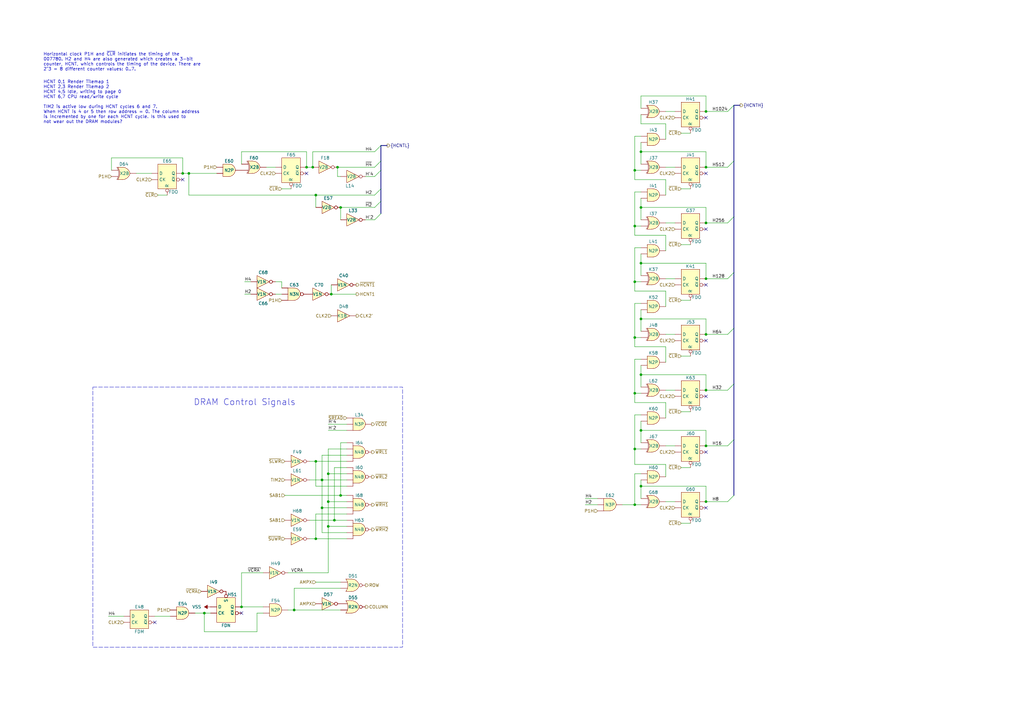
<source format=kicad_sch>
(kicad_sch (version 20231120) (generator "eeschema") (generator_version "8.0")
  (paper "A3")
  (title_block (title "Konami 007780") (date "2024-07-28"))
  (lib_symbols
    (symbol "ga_fujitsu_av:FDM"
      (property "Reference" "U" (at 0 5.08 0))
      (property "Value" "FDM" (at 0 -5.08 0))
      (symbol "FDM_1_1"
        (rectangle (start -3.81 3.81) (end 3.81 -3.81) (fill (type background)))
        (pin input line (at -6.35 1.27 0) (length 2.54) (name "D") (number "1"))
        (pin input line (at -6.35 -1.27 0) (length 2.54) (name "CK") (number "2"))
        (pin output line (at 6.35 1.27 180) (length 2.54) (name "Q") (number "3"))
        (pin output inverted (at 6.35 -1.27 180) (length 2.54) (name "~{Q}") (number "4"))
      )
    )
    (symbol "ga_fujitsu_av:FDN"
      (property "Reference" "U" (at 2.54 6.35 0))
      (property "Value" "FDN" (at 0 -6.35 0))
      (symbol "FDN_1_1"
        (rectangle (start -3.81 5.08) (end 3.81 -5.08) (fill (type background)))
        (pin input line (at -6.35 1.27 0) (length 2.54) (name "D") (number "1"))
        (pin input line (at -6.35 -1.27 0) (length 2.54) (name "CK") (number "2"))
        (pin input inverted (at 0 7.62 270) (length 2.54) (name "S") (number "3"))
        (pin output line (at 6.35 1.27 180) (length 2.54) (name "Q") (number "4"))
        (pin output inverted (at 6.35 -1.27 180) (length 2.54) (name "~{Q}") (number "5"))
      )
    )
    (symbol "ga_fujitsu_av:FDO"
      (property "Reference" "U" (at 2.54 6.35 0))
      (property "Value" "FDO" (at 2.54 -6.35 0))
      (symbol "FDO_1_1"
        (rectangle (start -3.81 5.08) (end 3.81 -5.08) (fill (type background)))
        (pin input line (at -6.35 1.27 0) (length 2.54) (name "D") (number "1"))
        (pin input line (at -6.35 -1.27 0) (length 2.54) (name "CK") (number "2"))
        (pin input inverted (at 0 -7.62 90) (length 2.54) (name "R") (number "3"))
        (pin output line (at 6.35 1.27 180) (length 2.54) (name "Q") (number "4"))
        (pin output inverted (at 6.35 -1.27 180) (length 2.54) (name "~{Q}") (number "5"))
      )
    )
    (symbol "ga_fujitsu_av:K1B"
      (property "Reference" "U" (at -1.27 3.81 0))
      (property "Value" "K1B" (at -0.6412 -0.0298 0))
      (symbol "K1B_1_1"
        (polyline (pts (xy -2.54 2.54) (xy -2.54 -2.54) (xy 2.54 0) (xy -2.54 2.54)) (fill (type background)))
        (pin input line (at -5.08 0 0) (length 2.54) (name "") (number "1"))
        (pin output line (at 5.08 0 180) (length 2.54) (name "") (number "2"))
      )
    )
    (symbol "ga_fujitsu_av:N2P"
      (property "Reference" "U" (at 0 3.81 0))
      (property "Value" "N2P" (at 0 0 0))
      (symbol "N2P_1_1"
        (arc (start 0 -2.54) (mid 1.7263 -1.7263) (end 2.54 0) (fill (type background)))
        (polyline (pts (xy 0 2.54) (xy -2.54 2.54) (xy -2.54 -2.54) (xy 0 -2.54)) (fill (type background)))
        (arc (start 2.54 0) (mid 1.7961 1.7961) (end 0 2.54) (fill (type background)))
        (pin input line (at -5.08 1.27 0) (length 2.54) (name "") (number "1"))
        (pin input line (at -5.08 -1.27 0) (length 2.54) (name "") (number "2"))
        (pin output line (at 5.08 0 180) (length 2.54) (name "") (number "3"))
      )
    )
    (symbol "ga_fujitsu_av:N3N"
      (property "Reference" "U" (at -1.27 3.81 0))
      (property "Value" "N3N" (at 2.54 3.81 0))
      (symbol "N3N_1_1"
        (arc (start 0 -2.54) (mid 1.7263 -1.7263) (end 2.54 0) (fill (type background)))
        (polyline (pts (xy 0 2.54) (xy -2.54 2.54) (xy -2.54 -2.54) (xy 0 -2.54)) (fill (type background)))
        (arc (start 2.54 0) (mid 1.7961 1.7961) (end 0 2.54) (fill (type background)))
        (pin input line (at -5.08 2.54 0) (length 2.54) (name "") (number "1"))
        (pin input line (at -5.08 0 0) (length 2.54) (name "") (number "2"))
        (pin input line (at -5.08 -2.54 0) (length 2.54) (name "") (number "3"))
        (pin output inverted (at 5.08 0 180) (length 2.54) (name "") (number "4"))
      )
    )
    (symbol "ga_fujitsu_av:N3P"
      (property "Reference" "U" (at 0 3.81 0))
      (property "Value" "N3P" (at 0 0 0))
      (symbol "N3P_1_1"
        (arc (start 0 -2.54) (mid 1.7263 -1.7263) (end 2.54 0) (fill (type background)))
        (polyline (pts (xy 0 2.54) (xy -2.54 2.54) (xy -2.54 -2.54) (xy 0 -2.54)) (fill (type background)))
        (arc (start 2.54 0) (mid 1.7961 1.7961) (end 0 2.54) (fill (type background)))
        (pin input line (at -5.08 2.54 0) (length 2.54) (name "") (number "1"))
        (pin input line (at -5.08 0 0) (length 2.54) (name "") (number "2"))
        (pin input line (at -5.08 -2.54 0) (length 2.54) (name "") (number "3"))
        (pin output line (at 5.08 0 180) (length 2.54) (name "") (number "4"))
      )
    )
    (symbol "ga_fujitsu_av:N4B"
      (property "Reference" "U" (at 0 3.81 0))
      (property "Value" "N4B" (at 0 -3.81 0))
      (symbol "N4B_0_1"
        (polyline (pts (xy -2.54 -2.54) (xy -2.54 -3.81)))
        (polyline (pts (xy -2.54 2.54) (xy -2.54 3.81)))
      )
      (symbol "N4B_1_1"
        (arc (start 0 -2.54) (mid 1.7263 -1.7263) (end 2.54 0) (fill (type background)))
        (polyline (pts (xy 0 2.54) (xy -2.54 2.54) (xy -2.54 -2.54) (xy 0 -2.54)) (fill (type background)))
        (arc (start 2.54 0) (mid 1.7961 1.7961) (end 0 2.54) (fill (type background)))
        (pin input line (at -5.08 3.81 0) (length 2.54) (name "") (number "1"))
        (pin input line (at -5.08 1.27 0) (length 2.54) (name "") (number "2"))
        (pin input line (at -5.08 -1.27 0) (length 2.54) (name "") (number "3"))
        (pin input line (at -5.08 -3.81 0) (length 2.54) (name "") (number "4"))
        (pin output inverted (at 5.08 0 180) (length 2.54) (name "") (number "5"))
      )
    )
    (symbol "ga_fujitsu_av:R2N"
      (property "Reference" "U" (at 0 3.81 0))
      (property "Value" "R2N" (at 0 0 0))
      (symbol "R2N_1_1"
        (arc (start -2.9127 -2.5398) (mid -2.0762 0.0001) (end -2.9129 2.54))
        (arc (start -0.635 -2.54) (mid 1.3992 -1.8283) (end 2.54 0) (fill (type background)))
        (polyline (pts (xy -0.635 -2.54) (xy -2.921 -2.54)) (fill (type outline)))
        (polyline (pts (xy -0.635 2.54) (xy -2.921 2.54)) (fill (type background)))
        (polyline (pts (xy -0.635 2.54) (xy -2.921 2.54) (xy -2.54 1.905) (xy -2.286 1.27) (xy -2.159 0.762) (xy -2.1082 0.4572) (xy -2.0828 0.1778) (xy -2.0828 -0.127) (xy -2.1336 -0.6604) (xy -2.2098 -1.016) (xy -2.3114 -1.3716) (xy -2.4384 -1.6764) (xy -2.6162 -2.0574) (xy -2.794 -2.3368) (xy -2.921 -2.54) (xy -0.635 -2.54)) (stroke (width -0.0001)) (fill (type background)))
        (arc (start 2.54 0) (mid 1.3994 1.8287) (end -0.635 2.54) (fill (type background)))
        (pin input line (at -5.08 1.27 0) (length 2.794) (name "") (number "1"))
        (pin input line (at -5.08 -1.27 0) (length 2.794) (name "") (number "2"))
        (pin output inverted (at 5.08 0 180) (length 2.54) (name "") (number "3"))
      )
    )
    (symbol "ga_fujitsu_av:V1N"
      (property "Reference" "U" (at 0 2.54 0))
      (property "Value" "V1N" (at 0 -3.81 0))
      (symbol "V1N_1_1"
        (polyline (pts (xy -2.54 2.54) (xy -2.54 -2.54) (xy 2.54 0) (xy -2.54 2.54)) (fill (type background)))
        (pin input line (at -5.08 0 0) (length 2.54) (name "") (number "1"))
        (pin output inverted (at 5.08 0 180) (length 2.54) (name "") (number "2"))
      )
    )
    (symbol "ga_fujitsu_av:V2B"
      (property "Reference" "U" (at 0 3.81 0))
      (property "Value" "V2B" (at 1.27 6.35 0))
      (symbol "V2B_1_1"
        (polyline (pts (xy -2.54 2.54) (xy -2.54 -2.54) (xy 2.54 0) (xy -2.54 2.54)) (fill (type background)))
        (pin input line (at -5.08 0 0) (length 2.54) (name "") (number "1"))
        (pin output inverted (at 5.08 0 180) (length 2.54) (name "") (number "2"))
      )
    )
    (symbol "ga_fujitsu_av:X2B"
      (property "Reference" "U" (at 0 3.81 0))
      (property "Value" "X2B" (at 0.254 0 0))
      (symbol "X2B_1_1"
        (arc (start -2.9127 -2.5398) (mid -2.0762 0.0001) (end -2.9129 2.54))
        (arc (start -2.54 -2.54) (mid -1.7035 -0.0001) (end -2.5402 2.5398))
        (arc (start -0.635 -2.54) (mid 1.3992 -1.8283) (end 2.54 0) (fill (type background)))
        (polyline (pts (xy -0.635 -2.54) (xy -2.54 -2.54)) (fill (type outline)))
        (polyline (pts (xy -0.635 2.54) (xy -2.54 2.54)) (fill (type background)))
        (polyline (pts (xy -0.635 2.54) (xy -2.54 2.54) (xy -2.159 1.905) (xy -1.905 1.27) (xy -1.778 0.762) (xy -1.7272 0.4572) (xy -1.7018 0.1778) (xy -1.7018 -0.127) (xy -1.7526 -0.6604) (xy -1.8288 -1.016) (xy -1.9304 -1.3716) (xy -2.0574 -1.6764) (xy -2.2352 -2.0574) (xy -2.413 -2.3368) (xy -2.54 -2.54) (xy -0.635 -2.54)) (stroke (width -0.0001)) (fill (type background)))
        (arc (start 2.54 0) (mid 1.3994 1.8287) (end -0.635 2.54) (fill (type background)))
        (pin input line (at -5.08 1.27 0) (length 2.794) (name "") (number "1"))
        (pin input line (at -5.08 -1.27 0) (length 2.794) (name "") (number "2"))
        (pin output line (at 5.08 0 180) (length 2.54) (name "") (number "3"))
      )
    )
    (symbol "power:VSS" (power) (pin_numbers hide) (pin_names (offset 0) hide)
      (property "Value" "VSS" (at 0 3.556 0))
      (symbol "VSS_0_1"
        (polyline (pts (xy 0 0) (xy 0 2.54)))
        (polyline (pts (xy 0.762 1.27) (xy -0.762 1.27) (xy 0 2.54) (xy 0.762 1.27)) (fill (type outline)))
      )
      (symbol "VSS_1_1"
        (pin power_in line (at 0 0 90) (length 0) (name "~") (number "1"))
      )
    )
  )
  (bus_alias "HCNTH" (members "H8" "H16" "H32" "H64" "H128" "H256" "H512" "H1024"))
  (bus_alias "HCNTL" (members "H4" "~{H4}" "H'4" "H2" "~{H2}" "H'2"))
  (junction (at 289.56 114.3))
  (junction (at 134.62 205.74))
  (junction (at 135.89 120.65))
  (junction (at 134.62 215.9))
  (junction (at 260.35 69.85))
  (junction (at 289.56 137.16))
  (junction (at 289.56 68.58))
  (junction (at 129.54 220.98))
  (junction (at 77.47 71.12))
  (junction (at 129.54 80.01))
  (junction (at 132.08 196.85))
  (junction (at 134.62 194.31))
  (junction (at 260.35 92.71))
  (junction (at 289.56 160.02))
  (junction (at 129.54 189.23))
  (junction (at 262.89 199.39))
  (junction (at 125.73 68.58))
  (junction (at 289.56 45.72))
  (junction (at 139.7 85.09))
  (junction (at 83.82 251.46))
  (junction (at 260.35 161.29))
  (junction (at 128.27 68.58))
  (junction (at 137.16 213.36))
  (junction (at 139.7 203.2))
  (junction (at 260.35 115.57))
  (junction (at 99.06 248.92))
  (junction (at 260.35 184.15))
  (junction (at 262.89 62.23))
  (junction (at 262.89 176.53))
  (junction (at 289.56 91.44))
  (junction (at 289.56 205.74))
  (junction (at 120.65 250.19))
  (junction (at 289.56 182.88))
  (junction (at 262.89 130.81))
  (junction (at 132.08 208.28))
  (junction (at 260.35 207.01))
  (junction (at 262.89 107.95))
  (junction (at 74.93 71.12))
  (junction (at 138.43 68.58))
  (junction (at 262.89 153.67))
  (junction (at 260.35 138.43))
  (junction (at 262.89 85.09))
  (no_connect (at 289.56 48.26))
  (no_connect (at 63.5 255.27))
  (no_connect (at 289.56 116.84))
  (no_connect (at 289.56 71.12))
  (no_connect (at 289.56 162.56))
  (no_connect (at 289.56 185.42))
  (no_connect (at 289.56 93.98))
  (no_connect (at 289.56 139.7))
  (no_connect (at 74.93 73.66))
  (no_connect (at 125.73 71.12))
  (no_connect (at 289.56 208.28))
  (no_connect (at 99.06 251.46))
  (bus_entry (at 298.45 137.16) (size 2.54 -2.54))
  (bus_entry (at 153.67 72.39) (size 2.54 -2.54))
  (bus_entry (at 153.67 85.09) (size 2.54 -2.54))
  (bus_entry (at 298.45 91.44) (size 2.54 -2.54))
  (bus_entry (at 153.67 68.58) (size 2.54 -2.54))
  (bus_entry (at 153.67 80.01) (size 2.54 -2.54))
  (bus_entry (at 298.45 205.74) (size 2.54 -2.54))
  (bus_entry (at 298.45 45.72) (size 2.54 -2.54))
  (bus_entry (at 298.45 114.3) (size 2.54 -2.54))
  (bus_entry (at 298.45 68.58) (size 2.54 -2.54))
  (bus_entry (at 298.45 160.02) (size 2.54 -2.54))
  (bus_entry (at 153.67 90.17) (size 2.54 -2.54))
  (bus_entry (at 298.45 182.88) (size 2.54 -2.54))
  (bus_entry (at 153.67 62.23) (size 2.54 -2.54))
  (wire (pts (xy 289.56 85.09) (xy 262.89 85.09)))
  (wire (pts (xy 149.86 90.17) (xy 153.67 90.17)))
  (wire (pts (xy 132.08 186.69) (xy 142.24 186.69)))
  (wire (pts (xy 279.4 77.47) (xy 283.21 77.47)))
  (wire (pts (xy 129.54 210.82) (xy 129.54 220.98)))
  (wire (pts (xy 142.24 191.77) (xy 137.16 191.77)))
  (wire (pts (xy 273.05 91.44) (xy 276.86 91.44)))
  (wire (pts (xy 273.05 190.5) (xy 260.35 190.5)))
  (wire (pts (xy 273.05 102.87) (xy 273.05 96.52)))
  (wire (pts (xy 135.89 116.84) (xy 135.89 120.65)))
  (wire (pts (xy 240.03 204.47) (xy 245.11 204.47)))
  (wire (pts (xy 109.22 68.58) (xy 113.03 68.58)))
  (wire (pts (xy 260.35 207.01) (xy 262.89 207.01)))
  (wire (pts (xy 132.08 218.44) (xy 142.24 218.44)))
  (wire (pts (xy 142.24 205.74) (xy 134.62 205.74)))
  (wire (pts (xy 289.56 205.74) (xy 298.45 205.74)))
  (wire (pts (xy 279.4 191.77) (xy 283.21 191.77)))
  (bus (pts (xy 300.99 157.48) (xy 300.99 134.62)))
  (wire (pts (xy 134.62 173.99) (xy 142.24 173.99)))
  (wire (pts (xy 129.54 199.39) (xy 129.54 189.23)))
  (bus (pts (xy 300.99 180.34) (xy 300.99 157.48)))
  (wire (pts (xy 255.27 207.01) (xy 260.35 207.01)))
  (bus (pts (xy 300.99 88.9) (xy 300.99 66.04)))
  (wire (pts (xy 132.08 208.28) (xy 142.24 208.28)))
  (wire (pts (xy 262.89 161.29) (xy 260.35 161.29)))
  (bus (pts (xy 300.99 111.76) (xy 300.99 88.9)))
  (bus (pts (xy 300.99 66.04) (xy 300.99 43.18)))
  (wire (pts (xy 260.35 78.74) (xy 260.35 92.71)))
  (wire (pts (xy 132.08 196.85) (xy 127 196.85)))
  (wire (pts (xy 142.24 199.39) (xy 129.54 199.39)))
  (bus (pts (xy 156.21 66.04) (xy 156.21 59.69)))
  (wire (pts (xy 273.05 57.15) (xy 273.05 50.8)))
  (wire (pts (xy 262.89 199.39) (xy 262.89 204.47)))
  (wire (pts (xy 115.57 115.57) (xy 115.57 118.11)))
  (wire (pts (xy 137.16 213.36) (xy 142.24 213.36)))
  (wire (pts (xy 260.35 190.5) (xy 260.35 184.15)))
  (wire (pts (xy 262.89 78.74) (xy 260.35 78.74)))
  (wire (pts (xy 139.7 203.2) (xy 142.24 203.2)))
  (wire (pts (xy 99.06 248.92) (xy 107.95 248.92)))
  (wire (pts (xy 289.56 137.16) (xy 289.56 130.81)))
  (wire (pts (xy 142.24 194.31) (xy 134.62 194.31)))
  (wire (pts (xy 260.35 147.32) (xy 260.35 161.29)))
  (bus (pts (xy 156.21 77.47) (xy 156.21 69.85)))
  (wire (pts (xy 83.82 259.08) (xy 83.82 251.46)))
  (wire (pts (xy 44.45 252.73) (xy 50.8 252.73)))
  (wire (pts (xy 262.89 85.09) (xy 262.89 81.28)))
  (wire (pts (xy 128.27 62.23) (xy 128.27 68.58)))
  (wire (pts (xy 45.72 64.77) (xy 45.72 69.85)))
  (wire (pts (xy 279.4 168.91) (xy 283.21 168.91)))
  (wire (pts (xy 273.05 137.16) (xy 276.86 137.16)))
  (wire (pts (xy 138.43 72.39) (xy 139.7 72.39)))
  (wire (pts (xy 260.35 92.71) (xy 262.89 92.71)))
  (wire (pts (xy 83.82 251.46) (xy 86.36 251.46)))
  (wire (pts (xy 289.56 160.02) (xy 298.45 160.02)))
  (wire (pts (xy 127 213.36) (xy 137.16 213.36)))
  (wire (pts (xy 273.05 73.66) (xy 260.35 73.66)))
  (wire (pts (xy 139.7 85.09) (xy 139.7 90.17)))
  (wire (pts (xy 113.03 120.65) (xy 115.57 120.65)))
  (wire (pts (xy 289.56 130.81) (xy 262.89 130.81)))
  (wire (pts (xy 134.62 205.74) (xy 134.62 215.9)))
  (wire (pts (xy 260.35 69.85) (xy 262.89 69.85)))
  (wire (pts (xy 134.62 194.31) (xy 134.62 205.74)))
  (wire (pts (xy 100.33 115.57) (xy 102.87 115.57)))
  (wire (pts (xy 125.73 68.58) (xy 128.27 68.58)))
  (wire (pts (xy 289.56 45.72) (xy 298.45 45.72)))
  (wire (pts (xy 289.56 153.67) (xy 289.56 160.02)))
  (wire (pts (xy 273.05 205.74) (xy 276.86 205.74)))
  (wire (pts (xy 118.11 234.95) (xy 134.62 234.95)))
  (wire (pts (xy 128.27 62.23) (xy 153.67 62.23)))
  (wire (pts (xy 262.89 153.67) (xy 289.56 153.67)))
  (wire (pts (xy 273.05 182.88) (xy 276.86 182.88)))
  (wire (pts (xy 77.47 71.12) (xy 77.47 80.01)))
  (wire (pts (xy 64.77 80.01) (xy 68.58 80.01)))
  (wire (pts (xy 120.65 241.3) (xy 120.65 250.19)))
  (wire (pts (xy 142.24 210.82) (xy 129.54 210.82)))
  (wire (pts (xy 262.89 149.86) (xy 262.89 153.67)))
  (wire (pts (xy 138.43 68.58) (xy 153.67 68.58)))
  (wire (pts (xy 107.95 251.46) (xy 105.41 251.46)))
  (wire (pts (xy 289.56 39.37) (xy 262.89 39.37)))
  (wire (pts (xy 273.05 171.45) (xy 273.05 165.1)))
  (wire (pts (xy 260.35 138.43) (xy 260.35 142.24)))
  (wire (pts (xy 134.62 184.15) (xy 134.62 194.31)))
  (wire (pts (xy 120.65 250.19) (xy 139.7 250.19)))
  (wire (pts (xy 289.56 91.44) (xy 289.56 85.09)))
  (wire (pts (xy 135.89 120.65) (xy 146.05 120.65)))
  (wire (pts (xy 273.05 80.01) (xy 273.05 73.66)))
  (bus (pts (xy 156.21 59.69) (xy 158.75 59.69)))
  (wire (pts (xy 129.54 80.01) (xy 129.54 85.09)))
  (wire (pts (xy 129.54 238.76) (xy 139.7 238.76)))
  (wire (pts (xy 262.89 50.8) (xy 262.89 46.99)))
  (wire (pts (xy 289.56 45.72) (xy 289.56 39.37)))
  (wire (pts (xy 149.86 72.39) (xy 153.67 72.39)))
  (wire (pts (xy 137.16 191.77) (xy 137.16 213.36)))
  (wire (pts (xy 273.05 68.58) (xy 276.86 68.58)))
  (wire (pts (xy 125.73 68.58) (xy 125.73 62.23)))
  (wire (pts (xy 260.35 124.46) (xy 262.89 124.46)))
  (wire (pts (xy 260.35 138.43) (xy 262.89 138.43)))
  (wire (pts (xy 134.62 234.95) (xy 134.62 215.9)))
  (wire (pts (xy 116.84 203.2) (xy 139.7 203.2)))
  (wire (pts (xy 127 189.23) (xy 129.54 189.23)))
  (bus (pts (xy 156.21 87.63) (xy 156.21 82.55)))
  (wire (pts (xy 99.06 62.23) (xy 99.06 67.31)))
  (wire (pts (xy 289.56 114.3) (xy 298.45 114.3)))
  (wire (pts (xy 63.5 252.73) (xy 69.85 252.73)))
  (wire (pts (xy 132.08 186.69) (xy 132.08 196.85)))
  (wire (pts (xy 260.35 194.31) (xy 262.89 194.31)))
  (wire (pts (xy 80.01 251.46) (xy 83.82 251.46)))
  (wire (pts (xy 273.05 125.73) (xy 273.05 119.38)))
  (wire (pts (xy 262.89 62.23) (xy 262.89 58.42)))
  (wire (pts (xy 262.89 153.67) (xy 262.89 158.75)))
  (wire (pts (xy 77.47 71.12) (xy 88.9 71.12)))
  (wire (pts (xy 74.93 71.12) (xy 77.47 71.12)))
  (bus (pts (xy 156.21 69.85) (xy 156.21 66.04)))
  (wire (pts (xy 260.35 147.32) (xy 262.89 147.32)))
  (wire (pts (xy 262.89 55.88) (xy 260.35 55.88)))
  (wire (pts (xy 139.7 181.61) (xy 139.7 203.2)))
  (wire (pts (xy 279.4 54.61) (xy 283.21 54.61)))
  (wire (pts (xy 289.56 199.39) (xy 262.89 199.39)))
  (wire (pts (xy 139.7 241.3) (xy 120.65 241.3)))
  (wire (pts (xy 289.56 176.53) (xy 262.89 176.53)))
  (wire (pts (xy 260.35 142.24) (xy 273.05 142.24)))
  (wire (pts (xy 260.35 170.18) (xy 260.35 184.15)))
  (wire (pts (xy 262.89 62.23) (xy 262.89 67.31)))
  (wire (pts (xy 118.11 250.19) (xy 120.65 250.19)))
  (wire (pts (xy 260.35 184.15) (xy 262.89 184.15)))
  (wire (pts (xy 115.57 77.47) (xy 119.38 77.47)))
  (wire (pts (xy 273.05 45.72) (xy 276.86 45.72)))
  (wire (pts (xy 260.35 119.38) (xy 260.35 115.57)))
  (wire (pts (xy 289.56 182.88) (xy 298.45 182.88)))
  (wire (pts (xy 132.08 196.85) (xy 132.08 208.28)))
  (wire (pts (xy 127 220.98) (xy 129.54 220.98)))
  (wire (pts (xy 129.54 80.01) (xy 77.47 80.01)))
  (wire (pts (xy 289.56 68.58) (xy 298.45 68.58)))
  (wire (pts (xy 262.89 39.37) (xy 262.89 44.45)))
  (wire (pts (xy 105.41 259.08) (xy 83.82 259.08)))
  (wire (pts (xy 74.93 64.77) (xy 45.72 64.77)))
  (wire (pts (xy 100.33 120.65) (xy 102.87 120.65)))
  (wire (pts (xy 262.89 85.09) (xy 262.89 90.17)))
  (wire (pts (xy 260.35 101.6) (xy 260.35 115.57)))
  (wire (pts (xy 129.54 189.23) (xy 142.24 189.23)))
  (wire (pts (xy 289.56 182.88) (xy 289.56 176.53)))
  (wire (pts (xy 132.08 208.28) (xy 132.08 218.44)))
  (wire (pts (xy 113.03 115.57) (xy 115.57 115.57)))
  (wire (pts (xy 262.89 196.85) (xy 262.89 199.39)))
  (wire (pts (xy 289.56 91.44) (xy 298.45 91.44)))
  (wire (pts (xy 240.03 207.01) (xy 245.11 207.01)))
  (wire (pts (xy 134.62 176.53) (xy 142.24 176.53)))
  (bus (pts (xy 300.99 134.62) (xy 300.99 111.76)))
  (wire (pts (xy 260.35 55.88) (xy 260.35 69.85)))
  (wire (pts (xy 107.95 234.95) (xy 99.06 234.95)))
  (wire (pts (xy 279.4 214.63) (xy 283.21 214.63)))
  (wire (pts (xy 273.05 119.38) (xy 260.35 119.38)))
  (wire (pts (xy 262.89 101.6) (xy 260.35 101.6)))
  (wire (pts (xy 262.89 130.81) (xy 262.89 127)))
  (wire (pts (xy 279.4 123.19) (xy 283.21 123.19)))
  (wire (pts (xy 289.56 199.39) (xy 289.56 205.74)))
  (bus (pts (xy 300.99 43.18) (xy 303.53 43.18)))
  (wire (pts (xy 273.05 148.59) (xy 273.05 142.24)))
  (wire (pts (xy 134.62 215.9) (xy 142.24 215.9)))
  (wire (pts (xy 260.35 96.52) (xy 260.35 92.71)))
  (wire (pts (xy 260.35 73.66) (xy 260.35 69.85)))
  (wire (pts (xy 134.62 184.15) (xy 142.24 184.15)))
  (wire (pts (xy 262.89 176.53) (xy 262.89 181.61)))
  (wire (pts (xy 273.05 114.3) (xy 276.86 114.3)))
  (wire (pts (xy 132.08 196.85) (xy 142.24 196.85)))
  (wire (pts (xy 260.35 165.1) (xy 260.35 161.29)))
  (wire (pts (xy 262.89 107.95) (xy 262.89 104.14)))
  (wire (pts (xy 105.41 251.46) (xy 105.41 259.08)))
  (wire (pts (xy 279.4 100.33) (xy 283.21 100.33)))
  (bus (pts (xy 156.21 82.55) (xy 156.21 77.47)))
  (wire (pts (xy 99.06 234.95) (xy 99.06 248.92)))
  (wire (pts (xy 260.35 207.01) (xy 260.35 194.31)))
  (wire (pts (xy 74.93 71.12) (xy 74.93 64.77)))
  (wire (pts (xy 273.05 96.52) (xy 260.35 96.52)))
  (wire (pts (xy 55.88 71.12) (xy 62.23 71.12)))
  (wire (pts (xy 138.43 72.39) (xy 138.43 68.58)))
  (wire (pts (xy 289.56 107.95) (xy 262.89 107.95)))
  (wire (pts (xy 273.05 50.8) (xy 262.89 50.8)))
  (wire (pts (xy 99.06 62.23) (xy 125.73 62.23)))
  (wire (pts (xy 262.89 170.18) (xy 260.35 170.18)))
  (wire (pts (xy 273.05 195.58) (xy 273.05 190.5)))
  (wire (pts (xy 289.56 137.16) (xy 298.45 137.16)))
  (wire (pts (xy 273.05 160.02) (xy 276.86 160.02)))
  (wire (pts (xy 262.89 172.72) (xy 262.89 176.53)))
  (bus (pts (xy 300.99 203.2) (xy 300.99 180.34)))
  (wire (pts (xy 142.24 181.61) (xy 139.7 181.61)))
  (wire (pts (xy 279.4 146.05) (xy 283.21 146.05)))
  (wire (pts (xy 262.89 107.95) (xy 262.89 113.03)))
  (wire (pts (xy 260.35 115.57) (xy 262.89 115.57)))
  (wire (pts (xy 273.05 165.1) (xy 260.35 165.1)))
  (wire (pts (xy 139.7 85.09) (xy 153.67 85.09)))
  (wire (pts (xy 289.56 62.23) (xy 262.89 62.23)))
  (wire (pts (xy 260.35 124.46) (xy 260.35 138.43)))
  (wire (pts (xy 289.56 68.58) (xy 289.56 62.23)))
  (wire (pts (xy 129.54 80.01) (xy 153.67 80.01)))
  (wire (pts (xy 262.89 130.81) (xy 262.89 135.89)))
  (wire (pts (xy 129.54 220.98) (xy 142.24 220.98)))
  (wire (pts (xy 289.56 114.3) (xy 289.56 107.95)))
  (rectangle (start 38.1 158.75) (end 165.1 265.43) (stroke (width 0) (type dash)))
  (text "DRAM Control Signals" (at 100.33 165.1 0) (effects (font (size 2.54 2.54))))
  (text "Horizontal clock P1H and ~{CLR} initiates the timing of the\n007780. H2 and H4 are also generated which creates a 3-bit\ncounter, HCNT, which controls the timing of the device. There are\n2^3 = 8 different counter values: 0..7." (at 17.78 29.21 0) (effects (font (size 1.27 1.27)) (justify left bottom)))
  (text "HCNT 0,1 Render Tilemap 1\nHCNT 2,3 Render Tilemap 2\nHCNT 4,5 Idle, writing to page 0\nHCNT 6,7 CPU read/write cycle\n\nTIM2 is active low during HCNT cycles 6 and 7.\nWhen HCNT is 4 or 5 then row address = 0. The column address\nis incremented by one for each HCNT cycle. Is this used to\nnot wear out the DRAM modules?" (at 17.78 50.8 0) (effects (font (size 1.27 1.27)) (justify left bottom)))
  (label "~{VCRA'}" (at 101.6 234.95 0))
  (label "H4" (at 240.03 204.47 0))
  (label "VCRA" (at 119.38 234.95 0))
  (label "H256" (at 292.1 91.44 0))
  (label "H16" (at 292.1 182.88 0))
  (label "~{H2}" (at 149.86 85.09 0))
  (label "H1024" (at 292.1 45.72 0))
  (label "H'4" (at 134.62 173.99 0))
  (label "H32" (at 292.1 160.02 0))
  (label "H2" (at 100.33 120.65 0))
  (label "H128" (at 292.1 114.3 0))
  (label "~{H4}" (at 149.86 68.58 0))
  (label "H4" (at 149.86 62.23 0))
  (label "H2" (at 149.86 80.01 0))
  (label "H512" (at 292.1 68.58 0))
  (label "H4" (at 44.45 252.73 0))
  (label "H'2" (at 134.62 176.53 0))
  (label "H'4" (at 149.86 72.39 0))
  (label "H'2" (at 149.86 90.17 0))
  (label "H64" (at 292.1 137.16 0))
  (label "H4" (at 100.33 115.57 0))
  (label "H2" (at 240.03 207.01 0))
  (label "H8" (at 292.1 205.74 0))
  (hierarchical_label "~{CLR}" (shape input) (at 279.4 146.05 180))
  (hierarchical_label "CLK2" (shape input) (at 113.03 71.12 180))
  (hierarchical_label "~{WRH1}" (shape output) (at 152.4 207.01 0))
  (hierarchical_label "CLK2" (shape input) (at 62.23 73.66 180))
  (hierarchical_label "~{HCNT1}" (shape output) (at 146.05 116.84 0))
  (hierarchical_label "~{WRL1}" (shape output) (at 152.4 185.42 0))
  (hierarchical_label "~{CLR}" (shape input) (at 115.57 77.47 180))
  (hierarchical_label "ROW" (shape output) (at 149.86 240.03 0))
  (hierarchical_label "CLK2" (shape input) (at 276.86 48.26 180))
  (hierarchical_label "CLK2'" (shape output) (at 146.05 129.54 0))
  (hierarchical_label "~{VCRA}" (shape input) (at 82.55 242.57 180))
  (hierarchical_label "CLK2" (shape input) (at 276.86 71.12 180))
  (hierarchical_label "CLK2" (shape input) (at 50.8 255.27 180))
  (hierarchical_label "HCNT1" (shape output) (at 146.05 120.65 0))
  (hierarchical_label "~{CLR}" (shape input) (at 279.4 123.19 180))
  (hierarchical_label "CLK2" (shape input) (at 135.89 129.54 180))
  (hierarchical_label "~{VCOE}" (shape output) (at 152.4 173.99 0))
  (hierarchical_label "~{CLR}" (shape input) (at 279.4 168.91 180))
  (hierarchical_label "CLK2" (shape input) (at 276.86 208.28 180))
  (hierarchical_label "~{CLR}" (shape input) (at 279.4 214.63 180))
  (hierarchical_label "AMPX" (shape input) (at 129.54 247.65 180))
  (hierarchical_label "~{SUWR}" (shape input) (at 116.84 220.98 180))
  (hierarchical_label "AMPX" (shape input) (at 129.54 238.76 180))
  (hierarchical_label "~{SLWR}" (shape input) (at 116.84 189.23 180))
  (hierarchical_label "~{WRL2}" (shape output) (at 152.4 195.58 0))
  (hierarchical_label "~{CLR}" (shape input) (at 279.4 100.33 180))
  (hierarchical_label "~{CLR}" (shape input) (at 279.4 54.61 180))
  (hierarchical_label "CLK2" (shape input) (at 276.86 116.84 180))
  (hierarchical_label "~{SREAD}" (shape input) (at 142.24 171.45 180))
  (hierarchical_label "P1H" (shape input) (at 245.11 209.55 180))
  (hierarchical_label "CLK2" (shape input) (at 276.86 185.42 180))
  (hierarchical_label "SAB1" (shape input) (at 116.84 213.36 180))
  (hierarchical_label "~{WRH2}" (shape output) (at 152.4 217.17 0))
  (hierarchical_label "{HCNTL}" (shape output) (at 158.75 59.69 0))
  (hierarchical_label "CLK2" (shape input) (at 276.86 162.56 180))
  (hierarchical_label "CLK2" (shape input) (at 276.86 93.98 180))
  (hierarchical_label "P1H" (shape input) (at 115.57 123.19 180))
  (hierarchical_label "~{CLR}" (shape input) (at 279.4 77.47 180))
  (hierarchical_label "~{CLR}" (shape input) (at 64.77 80.01 180))
  (hierarchical_label "P1H" (shape input) (at 88.9 68.58 180))
  (hierarchical_label "P1H" (shape input) (at 45.72 72.39 180))
  (hierarchical_label "CLK2" (shape input) (at 276.86 139.7 180))
  (hierarchical_label "TIM2" (shape input) (at 116.84 196.85 180))
  (hierarchical_label "~{CLR}" (shape input) (at 279.4 191.77 180))
  (hierarchical_label "{HCNTH}" (shape output) (at 303.53 43.18 0))
  (hierarchical_label "SAB1" (shape input) (at 116.84 203.2 180))
  (hierarchical_label "COLUMN" (shape output) (at 149.86 248.92 0))
  (hierarchical_label "P1H" (shape input) (at 69.85 250.19 180))
  (symbol (lib_id "ga_fujitsu_av:FDO") (at 119.38 69.85 0) (unit 1)
    (property "Reference" "F65" (at 119.38 63.5 0))
    (property "Value" "FDO" (at 121.92 76.2 0))
    (property "Description" "DFF with RESET" (effects (hide yes)))
  )
  (symbol (lib_id "ga_fujitsu_av:N3P") (at 250.19 207.01 0) (unit 1)
    (property "Reference" "E62" (at 250.19 203.2 0))
    (property "Value" "N3P" (at 250.19 207.01 0))
    (property "Description" "Power 3-input AND" (effects (hide yes)))
  )
  (symbol (lib_id "ga_fujitsu_av:N2P") (at 267.97 80.01 0) (unit 1)
    (property "Reference" "I41" (at 267.97 76.2 0))
    (property "Value" "N2P" (at 267.97 80.01 0))
    (property "Description" "Power 2-input AND" (effects (hide yes)))
  )
  (symbol (lib_id "ga_fujitsu_av:X2B") (at 267.97 137.16 0) (unit 1)
    (property "Reference" "J48" (at 267.97 133.35 0))
    (property "Value" "X2B" (at 268.224 137.16 0))
    (property "Description" "Power EOR" (effects (hide yes)))
  )
  (symbol (lib_id "ga_fujitsu_av:FDO") (at 283.21 115.57 0) (unit 1)
    (property "Reference" "K41" (at 283.21 109.22 0))
    (property "Value" "FDO" (at 285.75 121.92 0))
    (property "Description" "DFF with RESET" (effects (hide yes)))
  )
  (symbol (lib_id "ga_fujitsu_av:N4B") (at 147.32 195.58 0) (unit 1)
    (property "Reference" "I60" (at 147.32 191.77 0))
    (property "Value" "N4B" (at 147.32 195.58 0))
    (property "Description" "Power 4-input NAND" (effects (hide yes)))
  )
  (symbol (lib_id "ga_fujitsu_av:N4B") (at 147.32 207.01 0) (unit 1)
    (property "Reference" "I68" (at 147.32 203.2 0))
    (property "Value" "N4B" (at 147.32 207.01 0))
    (property "Description" "Power 4-input NAND" (effects (hide yes)))
  )
  (symbol (lib_id "ga_fujitsu_av:FDO") (at 283.21 69.85 0) (unit 1)
    (property "Reference" "J41" (at 283.21 63.5 0))
    (property "Value" "FDO" (at 285.75 76.2 0))
    (property "Description" "DFF with RESET" (effects (hide yes)))
  )
  (symbol (lib_id "ga_fujitsu_av:V1N") (at 140.97 116.84 0) (unit 1)
    (property "Reference" "C40" (at 140.97 113.03 0))
    (property "Value" "V1N" (at 140.335 116.84 0))
    (property "Description" "Inverter" (effects (hide yes)))
  )
  (symbol (lib_id "ga_fujitsu_av:V2B") (at 144.78 90.17 0) (unit 1)
    (property "Reference" "L33" (at 144.78 86.36 0))
    (property "Value" "V2B" (at 144.145 90.17 0))
    (property "Description" "Power Inverter" (effects (hide yes)))
  )
  (symbol (lib_id "ga_fujitsu_av:V1N") (at 121.92 189.23 0) (unit 1)
    (property "Reference" "F49" (at 121.92 185.42 0))
    (property "Value" "V1N" (at 121.285 189.23 0))
    (property "Description" "Inverter" (effects (hide yes)))
  )
  (symbol (lib_id "ga_fujitsu_av:FDO") (at 283.21 184.15 0) (unit 1)
    (property "Reference" "J60" (at 283.21 177.8 0))
    (property "Value" "FDO" (at 285.75 190.5 0))
    (property "Description" "DFF with RESET" (effects (hide yes)))
  )
  (symbol (lib_id "ga_fujitsu_av:FDO") (at 283.21 207.01 0) (unit 1)
    (property "Reference" "G60" (at 283.21 200.66 0))
    (property "Value" "FDO" (at 285.75 213.36 0))
    (property "Description" "DFF with RESET" (effects (hide yes)))
  )
  (symbol (lib_id "ga_fujitsu_av:V1N") (at 121.92 220.98 0) (unit 1)
    (property "Reference" "E59" (at 121.92 217.17 0))
    (property "Value" "V1N" (at 121.285 220.98 0))
    (property "Description" "Inverter" (effects (hide yes)))
  )
  (symbol (lib_id "ga_fujitsu_av:N2P") (at 267.97 195.58 0) (unit 1)
    (property "Reference" "H60" (at 267.97 191.77 0))
    (property "Value" "N2P" (at 267.97 195.58 0))
    (property "Description" "Power 2-input AND" (effects (hide yes)))
  )
  (symbol (lib_id "ga_fujitsu_av:X2B") (at 267.97 114.3 0) (unit 1)
    (property "Reference" "K37" (at 267.97 110.49 0))
    (property "Value" "X2B" (at 268.224 114.3 0))
    (property "Description" "Power EOR" (effects (hide yes)))
  )
  (symbol (lib_id "ga_fujitsu_av:V1N") (at 107.95 120.65 0) (unit 1)
    (property "Reference" "C66" (at 107.95 124.46 0))
    (property "Value" "V1N" (at 107.315 120.65 0))
    (property "Description" "Inverter" (effects (hide yes)))
  )
  (symbol (lib_id "ga_fujitsu_av:V1N") (at 113.03 234.95 0) (unit 1)
    (property "Reference" "H49" (at 113.03 231.14 0))
    (property "Value" "V1N" (at 112.395 234.95 0))
    (property "Description" "Inverter" (effects (hide yes)))
  )
  (symbol (lib_id "ga_fujitsu_av:N4B") (at 147.32 217.17 0) (unit 1)
    (property "Reference" "H63" (at 147.32 213.36 0))
    (property "Value" "N4B" (at 147.32 217.17 0))
    (property "Description" "Power 4-input NAND" (effects (hide yes)))
  )
  (symbol (lib_id "ga_fujitsu_av:R2N") (at 144.78 248.92 0) (unit 1)
    (property "Reference" "D55" (at 144.78 245.11 0))
    (property "Value" "R2N" (at 144.78 248.92 0))
    (property "Description" "2-lnput NOR" (effects (hide yes)))
  )
  (symbol (lib_id "ga_fujitsu_av:X2B") (at 267.97 182.88 0) (unit 1)
    (property "Reference" "J67" (at 267.97 179.07 0))
    (property "Value" "X2B" (at 268.224 182.88 0))
    (property "Description" "Power EOR" (effects (hide yes)))
  )
  (symbol (lib_id "ga_fujitsu_av:N4B") (at 147.32 185.42 0) (unit 1)
    (property "Reference" "I64" (at 147.32 181.61 0))
    (property "Value" "N4B" (at 147.32 185.42 0))
    (property "Description" "Power 4-input NAND" (effects (hide yes)))
  )
  (symbol (lib_id "ga_fujitsu_av:FDO") (at 283.21 138.43 0) (unit 1)
    (property "Reference" "J53" (at 283.21 132.08 0))
    (property "Value" "FDO" (at 285.75 144.78 0))
    (property "Description" "DFF with RESET" (effects (hide yes)))
  )
  (symbol (lib_id "ga_fujitsu_av:FDM") (at 57.15 254 0) (unit 1)
    (property "Reference" "E48" (at 57.15 248.92 0))
    (property "Value" "FDM" (at 57.15 259.08 0))
    (property "Description" "DFF" (effects (hide yes)))
  )
  (symbol (lib_id "ga_fujitsu_av:N3N") (at 120.65 120.65 0) (unit 1)
    (property "Reference" "C63" (at 120.65 116.84 0))
    (property "Value" "N3N" (at 120.65 120.65 0))
    (property "Description" "3-input NAND" (effects (hide yes)))
  )
  (symbol (lib_id "ga_fujitsu_av:V2B") (at 144.78 72.39 0) (unit 1)
    (property "Reference" "L14" (at 143.51 76.2 0))
    (property "Value" "V2B" (at 144.145 72.39 0))
    (property "Description" "Power Inverter" (effects (hide yes)))
  )
  (symbol (lib_id "ga_fujitsu_av:N3P") (at 147.32 173.99 0) (unit 1)
    (property "Reference" "L34" (at 147.32 170.18 0))
    (property "Value" "N3P" (at 147.32 173.99 0))
    (property "Description" "Power 3-input AND" (effects (hide yes)))
  )
  (symbol (lib_id "ga_fujitsu_av:FDO") (at 283.21 161.29 0) (unit 1)
    (property "Reference" "K63" (at 283.21 154.94 0))
    (property "Value" "FDO" (at 285.75 167.64 0))
    (property "Description" "DFF with RESET" (effects (hide yes)))
  )
  (symbol (lib_id "ga_fujitsu_av:X2B") (at 267.97 160.02 0) (unit 1)
    (property "Reference" "L62" (at 267.97 156.21 0))
    (property "Value" "X2B" (at 268.224 160.02 0))
    (property "Description" "Power EOR" (effects (hide yes)))
  )
  (symbol (lib_id "ga_fujitsu_av:N2P") (at 74.93 251.46 0) (unit 1)
    (property "Reference" "E54" (at 74.93 247.65 0))
    (property "Value" "N2P" (at 74.93 251.46 0))
    (property "Description" "Power 2-input AND" (effects (hide yes)))
  )
  (symbol (lib_id "ga_fujitsu_av:R2N") (at 144.78 240.03 0) (unit 1)
    (property "Reference" "D51" (at 144.78 236.22 0))
    (property "Value" "R2N" (at 144.78 240.03 0))
    (property "Description" "2-lnput NOR" (effects (hide yes)))
  )
  (symbol (lib_id "ga_fujitsu_av:V1N") (at 107.95 115.57 0) (unit 1)
    (property "Reference" "C68" (at 107.95 111.76 0))
    (property "Value" "V1N" (at 107.315 115.57 0))
    (property "Description" "Inverter" (effects (hide yes)))
  )
  (symbol (lib_id "ga_fujitsu_av:V2B") (at 133.35 68.58 0) (unit 1)
    (property "Reference" "F18" (at 133.35 64.77 0))
    (property "Value" "V2B" (at 132.715 68.58 0))
    (property "Description" "Power Inverter" (effects (hide yes)))
  )
  (symbol (lib_id "ga_fujitsu_av:N2P") (at 113.03 250.19 0) (unit 1)
    (property "Reference" "F54" (at 113.03 246.38 0))
    (property "Value" "N2P" (at 113.03 250.19 0))
    (property "Description" "Power 2-input AND" (effects (hide yes)))
  )
  (symbol (lib_id "ga_fujitsu_av:FDO") (at 283.21 92.71 0) (unit 1)
    (property "Reference" "G37" (at 283.21 86.36 0))
    (property "Value" "FDO" (at 285.75 99.06 0))
    (property "Description" "DFF with RESET" (effects (hide yes)))
  )
  (symbol (lib_id "ga_fujitsu_av:X2B") (at 267.97 45.72 0) (unit 1)
    (property "Reference" "H37" (at 267.97 41.91 0))
    (property "Value" "X2B" (at 268.224 45.72 0))
    (property "Description" "Power EOR" (effects (hide yes)))
  )
  (symbol (lib_id "ga_fujitsu_av:V2B") (at 134.62 85.09 0) (unit 1)
    (property "Reference" "E57" (at 134.62 81.28 0))
    (property "Value" "V2B" (at 133.985 85.09 0))
    (property "Description" "Power Inverter" (effects (hide yes)))
  )
  (symbol (lib_id "ga_fujitsu_av:X2B") (at 50.8 71.12 0) (unit 1)
    (property "Reference" "D64" (at 50.8 67.31 0))
    (property "Value" "X2B" (at 51.054 71.12 0))
    (property "Description" "Power EOR" (effects (hide yes)))
  )
  (symbol (lib_id "ga_fujitsu_av:V1N") (at 87.63 242.57 0) (unit 1)
    (property "Reference" "I49" (at 87.63 238.76 0))
    (property "Value" "V1N" (at 86.995 242.57 0))
    (property "Description" "Inverter" (effects (hide yes)))
  )
  (symbol (lib_id "ga_fujitsu_av:FDN") (at 92.71 250.19 0) (unit 1)
    (property "Reference" "H51" (at 95.25 243.84 0))
    (property "Value" "FDN" (at 92.71 256.54 0))
    (property "Description" "DFF with SET" (effects (hide yes)))
  )
  (symbol (lib_id "ga_fujitsu_av:FDO") (at 283.21 46.99 0) (unit 1)
    (property "Reference" "H41" (at 283.21 40.64 0))
    (property "Value" "FDO" (at 285.75 53.34 0))
    (property "Description" "DFF with RESET" (effects (hide yes)))
  )
  (symbol (lib_id "ga_fujitsu_av:V1N") (at 134.62 247.65 0) (unit 1)
    (property "Reference" "D57" (at 134.62 243.84 0))
    (property "Value" "V1N" (at 133.985 247.65 0))
    (property "Description" "Inverter" (effects (hide yes)))
  )
  (symbol (lib_id "ga_fujitsu_av:V1N") (at 130.81 120.65 0) (unit 1)
    (property "Reference" "C70" (at 130.81 116.84 0))
    (property "Value" "V1N" (at 130.175 120.65 0))
    (property "Description" "Inverter" (effects (hide yes)))
  )
  (symbol (lib_id "ga_fujitsu_av:V1N") (at 121.92 213.36 0) (unit 1)
    (property "Reference" "H68" (at 121.92 209.55 0))
    (property "Value" "V1N" (at 121.285 213.36 0))
    (property "Description" "Inverter" (effects (hide yes)))
  )
  (symbol (lib_id "ga_fujitsu_av:N2P") (at 267.97 125.73 0) (unit 1)
    (property "Reference" "K52" (at 267.97 121.92 0))
    (property "Value" "N2P" (at 267.97 125.73 0))
    (property "Description" "Power 2-input AND" (effects (hide yes)))
  )
  (symbol (lib_id "ga_fujitsu_av:V1N") (at 121.92 196.85 0) (unit 1)
    (property "Reference" "L61" (at 121.92 193.04 0))
    (property "Value" "V1N" (at 121.285 196.85 0))
    (property "Description" "Inverter" (effects (hide yes)))
  )
  (symbol (lib_id "ga_fujitsu_av:X2B") (at 267.97 91.44 0) (unit 1)
    (property "Reference" "I37" (at 267.97 87.63 0))
    (property "Value" "X2B" (at 268.224 91.44 0))
    (property "Description" "Power EOR" (effects (hide yes)))
  )
  (symbol (lib_id "ga_fujitsu_av:K1B") (at 140.97 129.54 0) (unit 1)
    (property "Reference" "D48" (at 140.97 125.73 0))
    (property "Value" "K1B" (at 140.335 129.54 0))
    (property "Description" "Clock Buffer" (effects (hide yes)))
  )
  (symbol (lib_id "ga_fujitsu_av:N2P") (at 267.97 171.45 0) (unit 1)
    (property "Reference" "K60" (at 267.97 167.64 0))
    (property "Value" "N2P" (at 267.97 171.45 0))
    (property "Description" "Power 2-input AND" (effects (hide yes)))
  )
  (symbol (lib_id "ga_fujitsu_av:N2P") (at 267.97 102.87 0) (unit 1)
    (property "Reference" "L41" (at 267.97 99.06 0))
    (property "Value" "N2P" (at 267.97 102.87 0))
    (property "Description" "Power 2-input AND" (effects (hide yes)))
  )
  (symbol (lib_id "ga_fujitsu_av:N2P") (at 93.98 69.85 0) (unit 1)
    (property "Reference" "E60" (at 93.98 66.04 0))
    (property "Value" "N2P" (at 93.98 69.85 0))
    (property "Description" "Power 2-input AND" (effects (hide yes)))
  )
  (symbol (lib_id "ga_fujitsu_av:X2B") (at 267.97 205.74 0) (unit 1)
    (property "Reference" "G68" (at 267.97 201.93 0))
    (property "Value" "X2B" (at 268.224 205.74 0))
    (property "Description" "Power EOR" (effects (hide yes)))
  )
  (symbol (lib_id "ga_fujitsu_av:FDO") (at 68.58 72.39 0) (unit 1)
    (property "Reference" "E65" (at 68.58 66.04 0))
    (property "Value" "FDO" (at 71.12 78.74 0))
    (property "Description" "DFF with RESET" (effects (hide yes)))
  )
  (symbol (lib_id "power:VSS") (at 86.36 248.92 90) (unit 1)
    (property "Reference" "#PWR01" (effects (hide yes)))
    (property "Value" "VSS" (at 82.55 248.92 90) (effects (justify left)))
    (property "Description" "Power symbol creates a global label with name \"VSS\"" (effects (hide yes)))
  )
  (symbol (lib_id "ga_fujitsu_av:N2P") (at 267.97 57.15 0) (unit 1)
    (property "Reference" "I43" (at 267.97 53.34 0))
    (property "Value" "N2P" (at 267.97 57.15 0))
    (property "Description" "Power 2-input AND" (effects (hide yes)))
  )
  (symbol (lib_id "ga_fujitsu_av:N2P") (at 267.97 148.59 0) (unit 1)
    (property "Reference" "K58" (at 267.97 144.78 0))
    (property "Value" "N2P" (at 267.97 148.59 0))
    (property "Description" "Power 2-input AND" (effects (hide yes)))
  )
  (symbol (lib_id "ga_fujitsu_av:X2B") (at 267.97 68.58 0) (unit 1)
    (property "Reference" "J37" (at 267.97 64.77 0))
    (property "Value" "X2B" (at 268.224 68.58 0))
    (property "Description" "Power EOR" (effects (hide yes)))
  )
  (symbol (lib_id "ga_fujitsu_av:X2B") (at 104.14 68.58 0) (unit 1)
    (property "Reference" "F60" (at 104.14 64.77 0))
    (property "Value" "X2B" (at 104.394 68.58 0))
    (property "Description" "Power EOR" (effects (hide yes)))
  )
)
</source>
